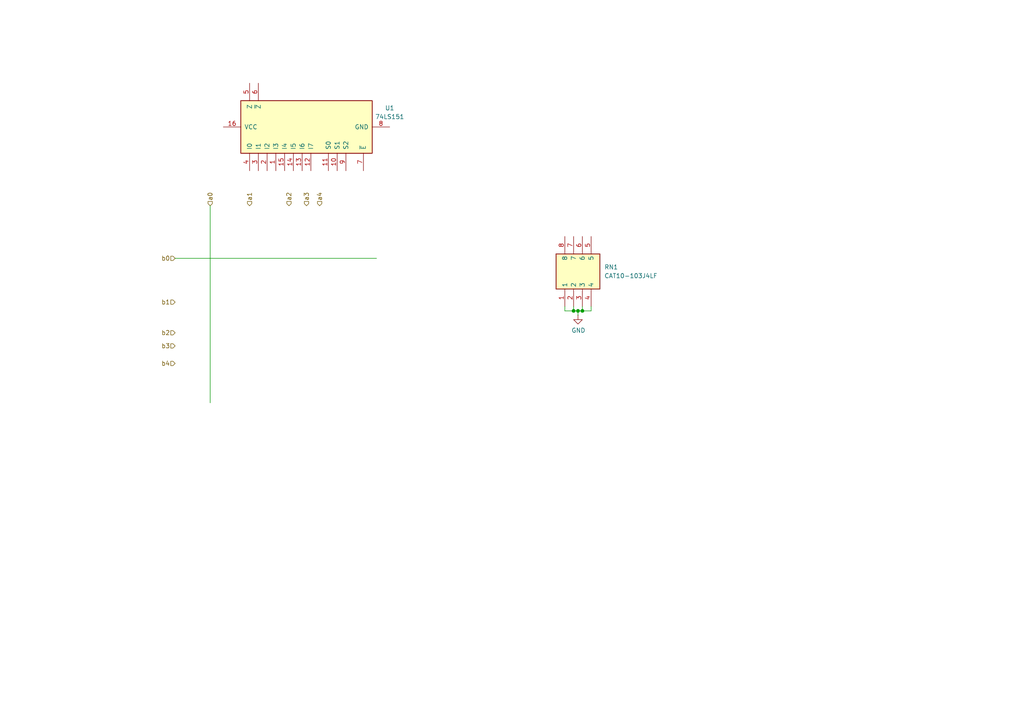
<source format=kicad_sch>
(kicad_sch (version 20231120) (generator "eeschema") (generator_version "8.0")
  (paper "A4")
  (lib_symbols
    (symbol "74xx:74LS151" (pin_names (offset 1.016))
      (property "Reference" "U" (at -7.62 19.05 0))
      (property "Value" "74LS151" (at -7.62 -21.59 0))
      (symbol "74LS151_1_0"
        (pin input line (at -12.7 7.62 0) (length 5.08) (name "I3") (number "1"))
        (pin input line (at -12.7 -10.16 0) (length 5.08) (name "S1") (number "10"))
        (pin input line (at -12.7 -7.62 0) (length 5.08) (name "S0") (number "11"))
        (pin input line (at -12.7 -2.54 0) (length 5.08) (name "I7") (number "12"))
        (pin input line (at -12.7 0 0) (length 5.08) (name "I6") (number "13"))
        (pin input line (at -12.7 2.54 0) (length 5.08) (name "I5") (number "14"))
        (pin input line (at -12.7 5.08 0) (length 5.08) (name "I4") (number "15"))
        (pin power_in line (at 0 22.86 270) (length 5.08) (name "VCC") (number "16"))
        (pin input line (at -12.7 10.16 0) (length 5.08) (name "I2") (number "2"))
        (pin input line (at -12.7 12.7 0) (length 5.08) (name "I1") (number "3"))
        (pin input line (at -12.7 15.24 0) (length 5.08) (name "I0") (number "4"))
        (pin output line (at 12.7 15.24 180) (length 5.08) (name "Z") (number "5"))
        (pin output line (at 12.7 12.7 180) (length 5.08) (name "~{Z}") (number "6"))
        (pin input line (at -12.7 -17.78 0) (length 5.08) (name "~{E}") (number "7"))
        (pin power_in line (at 0 -25.4 90) (length 5.08) (name "GND") (number "8"))
        (pin input line (at -12.7 -12.7 0) (length 5.08) (name "S2") (number "9"))
      )
      (symbol "74LS151_1_1"
        (rectangle (start -7.62 17.78) (end 7.62 -20.32) (stroke (width 0.254)) (fill (type background)))
      )
    )
    (symbol "SamacSys_Parts:CAT10-103J4LF"
      (property "Reference" "RN" (at 16.51 7.62 0))
      (property "Value" "CAT10-103J4LF" (at 16.51 5.08 0))
      (symbol "CAT10-103J4LF_1_1"
        (rectangle (start 5.08 2.54) (end 15.24 -10.16) (stroke (width 0.254)) (fill (type background)))
        (pin passive line (at 0 0 0) (length 5.08) (name "1") (number "1"))
        (pin passive line (at 0 -2.54 0) (length 5.08) (name "2") (number "2"))
        (pin passive line (at 0 -5.08 0) (length 5.08) (name "3") (number "3"))
        (pin passive line (at 0 -7.62 0) (length 5.08) (name "4") (number "4"))
        (pin passive line (at 20.32 -7.62 180) (length 5.08) (name "5") (number "5"))
        (pin passive line (at 20.32 -5.08 180) (length 5.08) (name "6") (number "6"))
        (pin passive line (at 20.32 -2.54 180) (length 5.08) (name "7") (number "7"))
        (pin passive line (at 20.32 0 180) (length 5.08) (name "8") (number "8"))
      )
    )
    (symbol "SymbolsBalloonv4:GND" (power) (pin_numbers hide) (pin_names (offset 0) hide)
      (property "Value" "GND" (at 0 -3.81 0))
      (symbol "GND_0_1"
        (polyline (pts (xy 0 0) (xy 0 -1.27) (xy 1.27 -1.27) (xy 0 -2.54) (xy -1.27 -1.27) (xy 0 -1.27)))
      )
      (symbol "GND_1_1"
        (pin power_in line (at 0 0 270) (length 0) (name "~") (number "1"))
      )
    )
  )
  (junction (at 166.37 90.17))
  (junction (at 167.64 90.17))
  (junction (at 168.91 90.17))
  (wire (pts (xy 167.64 90.17) (xy 167.64 91.44)))
  (wire (pts (xy 163.83 90.17) (xy 166.37 90.17)))
  (wire (pts (xy 50.8 74.93) (xy 109.22 74.93)))
  (wire (pts (xy 60.96 59.69) (xy 60.96 116.84)))
  (wire (pts (xy 167.64 90.17) (xy 168.91 90.17)))
  (wire (pts (xy 166.37 90.17) (xy 167.64 90.17)))
  (wire (pts (xy 168.91 90.17) (xy 171.45 90.17)))
  (wire (pts (xy 166.37 88.9) (xy 166.37 90.17)))
  (wire (pts (xy 163.83 88.9) (xy 163.83 90.17)))
  (wire (pts (xy 168.91 88.9) (xy 168.91 90.17)))
  (wire (pts (xy 171.45 90.17) (xy 171.45 88.9)))
  (hierarchical_label "a0" (shape input) (at 60.96 59.69 90))
  (hierarchical_label "a2" (shape input) (at 83.82 59.69 90))
  (hierarchical_label "b2" (shape input) (at 50.8 96.52 180))
  (hierarchical_label "b1" (shape input) (at 50.8 87.63 180))
  (hierarchical_label "a3" (shape input) (at 88.9 59.69 90))
  (hierarchical_label "b3" (shape input) (at 50.8 100.33 180))
  (hierarchical_label "b4" (shape input) (at 50.8 105.41 180))
  (hierarchical_label "a4" (shape input) (at 92.71 59.69 90))
  (hierarchical_label "a1" (shape input) (at 72.39 59.69 90))
  (hierarchical_label "b0" (shape input) (at 50.8 74.93 180))
  (symbol (lib_id "74xx:74LS151") (at 87.63 36.83 90) (unit 1)
    (property "Reference" "U1" (at 113.03 31.3338 90))
    (property "Value" "74LS151" (at 113.03 33.8738 90))
    (property "Datasheet" "http://www.ti.com/lit/gpn/sn74LS151" (effects (hide yes)))
    (property "Description" "Multiplexer 8 to 1" (effects (hide yes)))
  )
  (symbol (lib_id "SamacSys_Parts:CAT10-103J4LF") (at 163.83 88.9 90) (unit 1)
    (property "Reference" "RN1" (at 175.26 77.4699 90) (effects (justify right)))
    (property "Value" "CAT10-103J4LF" (at 175.26 80.0099 90) (effects (justify right)))
    (property "Footprint" "CAT10J4LF" (effects (hide yes)))
    (property "Datasheet" "https://www.bourns.com/pdfs/CAT10.pdf" (effects (hide yes)))
    (property "Description" "10k 0804 Thick Film Surface Mount Fixed Resistor +/-5% 0.0625W CAT10-103J4LF" (effects (hide yes)))
    (property "Height" "0.55" (effects (hide yes)))
    (property "Mouser Part Number" "652-CAT10-103J4LF" (effects (hide yes)))
    (property "Mouser Price/Stock" "https://www.mouser.co.uk/ProductDetail/Bourns/CAT10-103J4LF?qs=2W%2FSxbYhP0bqukjaie6S3A%3D%3D" (effects (hide yes)))
    (property "Manufacturer_Name" "Bourns" (effects (hide yes)))
    (property "Manufacturer_Part_Number" "CAT10-103J4LF" (effects (hide yes)))
  )
  (symbol (lib_id "SymbolsBalloonv4:GND") (at 167.64 91.44 0) (unit 1)
    (property "Reference" "#PWR01" (effects (hide yes)))
    (property "Value" "GND" (at 167.767 95.8342 0))
    (property "Description" "Power symbol creates a global label with name \"GND\" , ground" (effects (hide yes)))
  )
)
</source>
